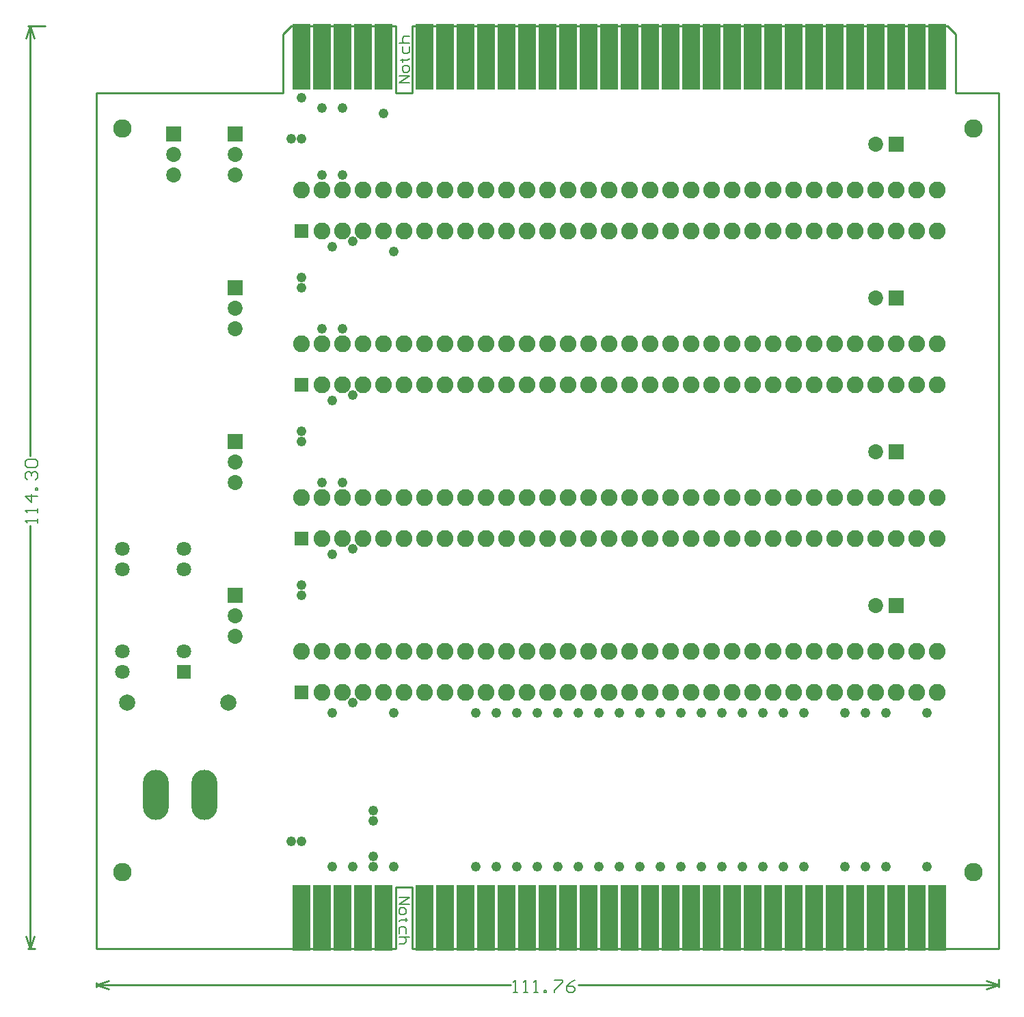
<source format=gts>
G04*
G04 #@! TF.GenerationSoftware,Altium Limited,CircuitStudio,1.5.2 (30)*
G04*
G04 Layer_Color=26367*
%FSLAX25Y25*%
%MOIN*%
G70*
G01*
G75*
%ADD15C,0.00800*%
%ADD16C,0.01000*%
%ADD17C,0.00600*%
%ADD32R,0.08500X0.32000*%
%ADD33C,0.09000*%
%ADD34R,0.07300X0.07300*%
%ADD35C,0.07300*%
%ADD36C,0.07906*%
%ADD37R,0.07300X0.07300*%
%ADD38O,0.12611X0.24422*%
%ADD39C,0.08200*%
%ADD40R,0.07000X0.07000*%
%ADD41R,0.07100X0.07100*%
%ADD42C,0.07100*%
%ADD43C,0.04800*%
D15*
X367500Y620000D02*
X362502D01*
X367500Y623332D01*
X362502D01*
X367500Y625831D02*
Y627498D01*
X366667Y628331D01*
X365001D01*
X364168Y627498D01*
Y625831D01*
X365001Y624998D01*
X366667D01*
X367500Y625831D01*
X363335Y630830D02*
X364168D01*
Y629997D01*
Y631663D01*
Y630830D01*
X366667D01*
X367500Y631663D01*
X364168Y637494D02*
Y634995D01*
X365001Y634162D01*
X366667D01*
X367500Y634995D01*
Y637494D01*
X362502Y639160D02*
X367500D01*
X365001D01*
X364168Y639993D01*
Y641660D01*
X365001Y642493D01*
X367500D01*
X362500Y222500D02*
X367498D01*
X362500Y219168D01*
X367498D01*
X362500Y216669D02*
Y215002D01*
X363333Y214169D01*
X364999D01*
X365832Y215002D01*
Y216669D01*
X364999Y217502D01*
X363333D01*
X362500Y216669D01*
X366665Y211670D02*
X365832D01*
Y212503D01*
Y210837D01*
Y211670D01*
X363333D01*
X362500Y210837D01*
X365832Y205006D02*
Y207505D01*
X364999Y208338D01*
X363333D01*
X362500Y207505D01*
Y205006D01*
X367498Y203340D02*
X362500D01*
X364999D01*
X365832Y202506D01*
Y200840D01*
X364999Y200007D01*
X362500D01*
D16*
X655000Y179000D02*
Y182500D01*
X215000Y179000D02*
Y181000D01*
X449995Y180000D02*
X655000D01*
X215000D02*
X416805D01*
X649000Y182000D02*
X655000Y180000D01*
X649000Y178000D02*
X655000Y180000D01*
X215000D02*
X221000Y178000D01*
X215000Y180000D02*
X221000Y182000D01*
X181500Y647500D02*
X190000D01*
X181500Y197500D02*
X185000D01*
X182500Y437995D02*
Y647500D01*
Y197500D02*
Y403805D01*
X180500Y641500D02*
X182500Y647500D01*
X184500Y641500D01*
X182500Y197500D02*
X184500Y203500D01*
X180500D02*
X182500Y197500D01*
X630000Y647500D02*
X634000Y643500D01*
X306000D02*
X310000Y647500D01*
X634000Y615000D02*
Y643500D01*
Y615000D02*
X655000D01*
X306000D02*
Y643500D01*
X215000Y615000D02*
X306000D01*
X369000Y647500D02*
X630000D01*
X369000Y615000D02*
Y647500D01*
X361000Y615000D02*
X369000D01*
X361000D02*
Y647500D01*
X310000D02*
X361000D01*
Y615000D02*
Y647500D01*
Y615000D02*
X369000D01*
Y647500D01*
X215000Y197500D02*
X361000D01*
X369000D02*
X655000D01*
X361000D02*
Y227500D01*
X369000D01*
Y197500D02*
Y227500D01*
X215000Y197500D02*
Y615000D01*
X655000Y197500D02*
Y615000D01*
D17*
X418405Y176401D02*
X420404D01*
X419405D01*
Y182399D01*
X418405Y181399D01*
X423403Y176401D02*
X425403D01*
X424403D01*
Y182399D01*
X423403Y181399D01*
X428402Y176401D02*
X430401D01*
X429401D01*
Y182399D01*
X428402Y181399D01*
X433400Y176401D02*
Y177401D01*
X434400D01*
Y176401D01*
X433400D01*
X438398Y182399D02*
X442397D01*
Y181399D01*
X438398Y177401D01*
Y176401D01*
X448395Y182399D02*
X446396Y181399D01*
X444396Y179400D01*
Y177401D01*
X445396Y176401D01*
X447396D01*
X448395Y177401D01*
Y178400D01*
X447396Y179400D01*
X444396D01*
X186099Y405405D02*
Y407404D01*
Y406405D01*
X180101D01*
X181101Y405405D01*
X186099Y410403D02*
Y412403D01*
Y411403D01*
X180101D01*
X181101Y410403D01*
X186099Y418401D02*
X180101D01*
X183100Y415402D01*
Y419401D01*
X186099Y421400D02*
X185099D01*
Y422400D01*
X186099D01*
Y421400D01*
X181101Y426398D02*
X180101Y427398D01*
Y429397D01*
X181101Y430397D01*
X182100D01*
X183100Y429397D01*
Y428398D01*
Y429397D01*
X184100Y430397D01*
X185099D01*
X186099Y429397D01*
Y427398D01*
X185099Y426398D01*
X181101Y432396D02*
X180101Y433396D01*
Y435395D01*
X181101Y436395D01*
X185099D01*
X186099Y435395D01*
Y433396D01*
X185099Y432396D01*
X181101D01*
D32*
X585000Y212500D02*
D03*
X575000D02*
D03*
X565000D02*
D03*
X555000D02*
D03*
X545000D02*
D03*
X535000D02*
D03*
X525000D02*
D03*
X515000D02*
D03*
X505000D02*
D03*
X495000D02*
D03*
X485000D02*
D03*
X475000D02*
D03*
X465000D02*
D03*
X455000D02*
D03*
X445000D02*
D03*
X435000D02*
D03*
X425000D02*
D03*
X415000D02*
D03*
X405000D02*
D03*
X395000D02*
D03*
X385000D02*
D03*
X375000D02*
D03*
X345000D02*
D03*
X335000D02*
D03*
X325000D02*
D03*
X315000D02*
D03*
X595000D02*
D03*
X605000D02*
D03*
X615000D02*
D03*
X625000D02*
D03*
X355000D02*
D03*
Y632500D02*
D03*
X625000D02*
D03*
X615000D02*
D03*
X605000D02*
D03*
X595000D02*
D03*
X315000D02*
D03*
X325000D02*
D03*
X335000D02*
D03*
X345000D02*
D03*
X375000D02*
D03*
X385000D02*
D03*
X395000D02*
D03*
X405000D02*
D03*
X415000D02*
D03*
X425000D02*
D03*
X435000D02*
D03*
X445000D02*
D03*
X455000D02*
D03*
X465000D02*
D03*
X475000D02*
D03*
X485000D02*
D03*
X495000D02*
D03*
X505000D02*
D03*
X515000D02*
D03*
X525000D02*
D03*
X535000D02*
D03*
X545000D02*
D03*
X555000D02*
D03*
X565000D02*
D03*
X575000D02*
D03*
X585000D02*
D03*
D33*
X227500Y597500D02*
D03*
X642500D02*
D03*
Y235000D02*
D03*
X227500D02*
D03*
D34*
X605000Y440000D02*
D03*
Y515000D02*
D03*
Y590000D02*
D03*
Y365000D02*
D03*
D35*
X595000Y440000D02*
D03*
Y515000D02*
D03*
Y590000D02*
D03*
X282500Y585000D02*
D03*
Y575000D02*
D03*
X252500Y585000D02*
D03*
Y575000D02*
D03*
X282500Y435000D02*
D03*
Y425000D02*
D03*
Y510000D02*
D03*
Y500000D02*
D03*
Y360000D02*
D03*
Y350000D02*
D03*
X595000Y365000D02*
D03*
D36*
X230000Y317500D02*
D03*
X279213D02*
D03*
D37*
X282500Y595000D02*
D03*
X252500D02*
D03*
X282500Y445000D02*
D03*
Y520000D02*
D03*
Y370000D02*
D03*
D38*
X243878Y272500D02*
D03*
X267500D02*
D03*
D39*
X625000Y547500D02*
D03*
X615000D02*
D03*
X625000Y567500D02*
D03*
X615000D02*
D03*
X605000D02*
D03*
X595000D02*
D03*
X585000D02*
D03*
X575000D02*
D03*
X565000D02*
D03*
X555000D02*
D03*
X545000D02*
D03*
X535000D02*
D03*
X525000D02*
D03*
X515000D02*
D03*
X505000D02*
D03*
X495000D02*
D03*
X485000D02*
D03*
X475000D02*
D03*
X465000D02*
D03*
X455000D02*
D03*
X445000D02*
D03*
X435000D02*
D03*
X425000D02*
D03*
X415000D02*
D03*
X405000D02*
D03*
X395000D02*
D03*
X385000D02*
D03*
X375000D02*
D03*
X365000D02*
D03*
X355000D02*
D03*
X345000D02*
D03*
X335000D02*
D03*
X325000D02*
D03*
X315000D02*
D03*
X605000Y547500D02*
D03*
X595000D02*
D03*
X585000D02*
D03*
X575000D02*
D03*
X565000D02*
D03*
X555000D02*
D03*
X545000D02*
D03*
X535000D02*
D03*
X525000D02*
D03*
X515000D02*
D03*
X505000D02*
D03*
X495000D02*
D03*
X485000D02*
D03*
X475000D02*
D03*
X465000D02*
D03*
X455000D02*
D03*
X445000D02*
D03*
X435000D02*
D03*
X425000D02*
D03*
X415000D02*
D03*
X405000D02*
D03*
X395000D02*
D03*
X385000D02*
D03*
X375000D02*
D03*
X365000D02*
D03*
X355000D02*
D03*
X345000D02*
D03*
X335000D02*
D03*
X325000D02*
D03*
X625000Y472500D02*
D03*
X615000D02*
D03*
X625000Y492500D02*
D03*
X615000D02*
D03*
X605000D02*
D03*
X595000D02*
D03*
X585000D02*
D03*
X575000D02*
D03*
X565000D02*
D03*
X555000D02*
D03*
X545000D02*
D03*
X535000D02*
D03*
X525000D02*
D03*
X515000D02*
D03*
X505000D02*
D03*
X495000D02*
D03*
X485000D02*
D03*
X475000D02*
D03*
X465000D02*
D03*
X455000D02*
D03*
X445000D02*
D03*
X435000D02*
D03*
X425000D02*
D03*
X415000D02*
D03*
X405000D02*
D03*
X395000D02*
D03*
X385000D02*
D03*
X375000D02*
D03*
X365000D02*
D03*
X355000D02*
D03*
X345000D02*
D03*
X335000D02*
D03*
X325000D02*
D03*
X315000D02*
D03*
X605000Y472500D02*
D03*
X595000D02*
D03*
X585000D02*
D03*
X575000D02*
D03*
X565000D02*
D03*
X555000D02*
D03*
X545000D02*
D03*
X535000D02*
D03*
X525000D02*
D03*
X515000D02*
D03*
X505000D02*
D03*
X495000D02*
D03*
X485000D02*
D03*
X475000D02*
D03*
X465000D02*
D03*
X455000D02*
D03*
X445000D02*
D03*
X435000D02*
D03*
X425000D02*
D03*
X415000D02*
D03*
X405000D02*
D03*
X395000D02*
D03*
X385000D02*
D03*
X375000D02*
D03*
X365000D02*
D03*
X355000D02*
D03*
X345000D02*
D03*
X335000D02*
D03*
X325000D02*
D03*
X625000Y397500D02*
D03*
X615000D02*
D03*
X625000Y417500D02*
D03*
X615000D02*
D03*
X605000D02*
D03*
X595000D02*
D03*
X585000D02*
D03*
X575000D02*
D03*
X565000D02*
D03*
X555000D02*
D03*
X545000D02*
D03*
X535000D02*
D03*
X525000D02*
D03*
X515000D02*
D03*
X505000D02*
D03*
X495000D02*
D03*
X485000D02*
D03*
X475000D02*
D03*
X465000D02*
D03*
X455000D02*
D03*
X445000D02*
D03*
X435000D02*
D03*
X425000D02*
D03*
X415000D02*
D03*
X405000D02*
D03*
X395000D02*
D03*
X385000D02*
D03*
X375000D02*
D03*
X365000D02*
D03*
X355000D02*
D03*
X345000D02*
D03*
X335000D02*
D03*
X325000D02*
D03*
X315000D02*
D03*
X605000Y397500D02*
D03*
X595000D02*
D03*
X585000D02*
D03*
X575000D02*
D03*
X565000D02*
D03*
X555000D02*
D03*
X545000D02*
D03*
X535000D02*
D03*
X525000D02*
D03*
X515000D02*
D03*
X505000D02*
D03*
X495000D02*
D03*
X485000D02*
D03*
X475000D02*
D03*
X465000D02*
D03*
X455000D02*
D03*
X445000D02*
D03*
X435000D02*
D03*
X425000D02*
D03*
X415000D02*
D03*
X405000D02*
D03*
X395000D02*
D03*
X385000D02*
D03*
X375000D02*
D03*
X365000D02*
D03*
X355000D02*
D03*
X345000D02*
D03*
X335000D02*
D03*
X325000D02*
D03*
X625000Y322500D02*
D03*
X615000D02*
D03*
X625000Y342500D02*
D03*
X615000D02*
D03*
X605000D02*
D03*
X595000D02*
D03*
X585000D02*
D03*
X575000D02*
D03*
X565000D02*
D03*
X555000D02*
D03*
X545000D02*
D03*
X535000D02*
D03*
X525000D02*
D03*
X515000D02*
D03*
X505000D02*
D03*
X495000D02*
D03*
X485000D02*
D03*
X475000D02*
D03*
X465000D02*
D03*
X455000D02*
D03*
X445000D02*
D03*
X435000D02*
D03*
X425000D02*
D03*
X415000D02*
D03*
X405000D02*
D03*
X395000D02*
D03*
X385000D02*
D03*
X375000D02*
D03*
X365000D02*
D03*
X355000D02*
D03*
X345000D02*
D03*
X335000D02*
D03*
X325000D02*
D03*
X315000D02*
D03*
X605000Y322500D02*
D03*
X595000D02*
D03*
X585000D02*
D03*
X575000D02*
D03*
X565000D02*
D03*
X555000D02*
D03*
X545000D02*
D03*
X535000D02*
D03*
X525000D02*
D03*
X515000D02*
D03*
X505000D02*
D03*
X495000D02*
D03*
X485000D02*
D03*
X475000D02*
D03*
X465000D02*
D03*
X455000D02*
D03*
X445000D02*
D03*
X435000D02*
D03*
X425000D02*
D03*
X415000D02*
D03*
X405000D02*
D03*
X395000D02*
D03*
X385000D02*
D03*
X375000D02*
D03*
X365000D02*
D03*
X355000D02*
D03*
X345000D02*
D03*
X335000D02*
D03*
X325000D02*
D03*
D40*
X315000Y547500D02*
D03*
Y472500D02*
D03*
Y397500D02*
D03*
Y322500D02*
D03*
D41*
X257500Y332500D02*
D03*
D42*
Y342500D02*
D03*
Y382500D02*
D03*
Y392500D02*
D03*
X227500D02*
D03*
Y382500D02*
D03*
Y342500D02*
D03*
Y332500D02*
D03*
D43*
X335000Y575000D02*
D03*
X325000D02*
D03*
Y500000D02*
D03*
X335000D02*
D03*
X350000Y242500D02*
D03*
Y260000D02*
D03*
Y237500D02*
D03*
Y265000D02*
D03*
X315000Y525000D02*
D03*
Y520000D02*
D03*
X310000Y592500D02*
D03*
X315000D02*
D03*
Y450000D02*
D03*
Y445000D02*
D03*
Y250000D02*
D03*
X310000D02*
D03*
X315000Y370000D02*
D03*
Y375000D02*
D03*
X335000Y425000D02*
D03*
X325000D02*
D03*
X340000Y237500D02*
D03*
X330000D02*
D03*
Y465000D02*
D03*
Y540000D02*
D03*
X400000Y237500D02*
D03*
X410000D02*
D03*
X420000D02*
D03*
X430000D02*
D03*
X470000D02*
D03*
X460000D02*
D03*
X450000D02*
D03*
X440000D02*
D03*
X510000D02*
D03*
X490000D02*
D03*
X480000D02*
D03*
X550000D02*
D03*
X540000D02*
D03*
X530000D02*
D03*
X520000D02*
D03*
X590000D02*
D03*
X580000D02*
D03*
X560000D02*
D03*
X600000D02*
D03*
X620000D02*
D03*
X330000Y312500D02*
D03*
X360000Y237500D02*
D03*
Y312500D02*
D03*
X315000Y612500D02*
D03*
X325000Y607500D02*
D03*
X335000D02*
D03*
X620000Y312500D02*
D03*
X600000D02*
D03*
X590000D02*
D03*
X580000D02*
D03*
X560000D02*
D03*
X550000D02*
D03*
X540000D02*
D03*
X530000D02*
D03*
X520000D02*
D03*
X510000D02*
D03*
X500000D02*
D03*
Y237500D02*
D03*
X490000Y312500D02*
D03*
X480000D02*
D03*
X470000D02*
D03*
X460000D02*
D03*
X450000D02*
D03*
X440000D02*
D03*
X430000D02*
D03*
X420000D02*
D03*
X410000D02*
D03*
X400000D02*
D03*
X360000Y537500D02*
D03*
X330000Y390000D02*
D03*
X355000Y605000D02*
D03*
X340000Y317500D02*
D03*
Y392500D02*
D03*
Y467500D02*
D03*
Y542500D02*
D03*
M02*

</source>
